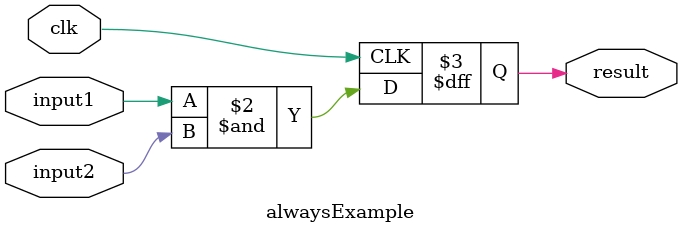
<source format=v>
/* 
 Synchronous module which changes output only on positive
 edge of clk.
 */
module alwaysExample(clk, input1, input2, result);
   input clk, input1, input2;
   output result;

   // Declare output as reg, this will be explained later
   reg result;
 
   // Here condition is *positive edge of clk*, this implies
   // following event only takes place when a positive edge
   // of clk arrives
   always @(posedge clk) begin
       // Assign value to reg result using procedural assignment
       result = input1 & input2;
   end
endmodule // alwaysExample

</source>
